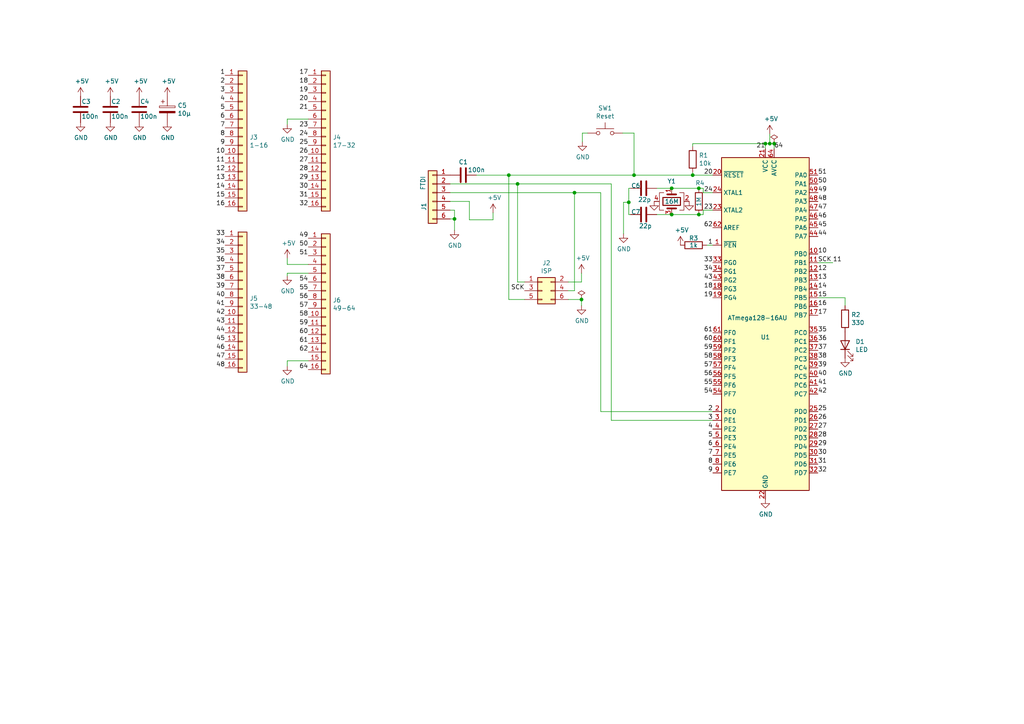
<source format=kicad_sch>
(kicad_sch (version 20211123) (generator eeschema)
  (paper "A4")
  (lib_symbols
    (symbol "Connector_Generic:Conn_01x06" (pin_names (offset 1.016) hide)
      (property "Reference" "J" (at 0 7.62 0))
      (property "Value" "Connector_Generic_Conn_01x06" (at 0 -10.16 0))
      (symbol "Conn_01x06_1_1"
        (rectangle (start -1.27 -7.493) (end 0 -7.747) (stroke (width 0.1524)))
        (rectangle (start -1.27 -4.953) (end 0 -5.207) (stroke (width 0.1524)))
        (rectangle (start -1.27 -2.413) (end 0 -2.667) (stroke (width 0.1524)))
        (rectangle (start -1.27 0.127) (end 0 -0.127) (stroke (width 0.1524)))
        (rectangle (start -1.27 2.667) (end 0 2.413) (stroke (width 0.1524)))
        (rectangle (start -1.27 5.207) (end 0 4.953) (stroke (width 0.1524)))
        (rectangle (start -1.27 6.35) (end 1.27 -8.89) (stroke (width 0.254)) (fill (type background)))
        (pin passive line (at -5.08 5.08 0) (length 3.81) (name "Pin_1") (number "1"))
        (pin passive line (at -5.08 2.54 0) (length 3.81) (name "Pin_2") (number "2"))
        (pin passive line (at -5.08 0 0) (length 3.81) (name "Pin_3") (number "3"))
        (pin passive line (at -5.08 -2.54 0) (length 3.81) (name "Pin_4") (number "4"))
        (pin passive line (at -5.08 -5.08 0) (length 3.81) (name "Pin_5") (number "5"))
        (pin passive line (at -5.08 -7.62 0) (length 3.81) (name "Pin_6") (number "6"))
      )
    )
    (symbol "Connector_Generic:Conn_01x16" (pin_names (offset 1.016) hide)
      (property "Reference" "J" (at 0 20.32 0))
      (property "Value" "Connector_Generic_Conn_01x16" (at 0 -22.86 0))
      (symbol "Conn_01x16_1_1"
        (rectangle (start -1.27 -20.193) (end 0 -20.447) (stroke (width 0.1524)))
        (rectangle (start -1.27 -17.653) (end 0 -17.907) (stroke (width 0.1524)))
        (rectangle (start -1.27 -15.113) (end 0 -15.367) (stroke (width 0.1524)))
        (rectangle (start -1.27 -12.573) (end 0 -12.827) (stroke (width 0.1524)))
        (rectangle (start -1.27 -10.033) (end 0 -10.287) (stroke (width 0.1524)))
        (rectangle (start -1.27 -7.493) (end 0 -7.747) (stroke (width 0.1524)))
        (rectangle (start -1.27 -4.953) (end 0 -5.207) (stroke (width 0.1524)))
        (rectangle (start -1.27 -2.413) (end 0 -2.667) (stroke (width 0.1524)))
        (rectangle (start -1.27 0.127) (end 0 -0.127) (stroke (width 0.1524)))
        (rectangle (start -1.27 2.667) (end 0 2.413) (stroke (width 0.1524)))
        (rectangle (start -1.27 5.207) (end 0 4.953) (stroke (width 0.1524)))
        (rectangle (start -1.27 7.747) (end 0 7.493) (stroke (width 0.1524)))
        (rectangle (start -1.27 10.287) (end 0 10.033) (stroke (width 0.1524)))
        (rectangle (start -1.27 12.827) (end 0 12.573) (stroke (width 0.1524)))
        (rectangle (start -1.27 15.367) (end 0 15.113) (stroke (width 0.1524)))
        (rectangle (start -1.27 17.907) (end 0 17.653) (stroke (width 0.1524)))
        (rectangle (start -1.27 19.05) (end 1.27 -21.59) (stroke (width 0.254)) (fill (type background)))
        (pin passive line (at -5.08 17.78 0) (length 3.81) (name "Pin_1") (number "1"))
        (pin passive line (at -5.08 -5.08 0) (length 3.81) (name "Pin_10") (number "10"))
        (pin passive line (at -5.08 -7.62 0) (length 3.81) (name "Pin_11") (number "11"))
        (pin passive line (at -5.08 -10.16 0) (length 3.81) (name "Pin_12") (number "12"))
        (pin passive line (at -5.08 -12.7 0) (length 3.81) (name "Pin_13") (number "13"))
        (pin passive line (at -5.08 -15.24 0) (length 3.81) (name "Pin_14") (number "14"))
        (pin passive line (at -5.08 -17.78 0) (length 3.81) (name "Pin_15") (number "15"))
        (pin passive line (at -5.08 -20.32 0) (length 3.81) (name "Pin_16") (number "16"))
        (pin passive line (at -5.08 15.24 0) (length 3.81) (name "Pin_2") (number "2"))
        (pin passive line (at -5.08 12.7 0) (length 3.81) (name "Pin_3") (number "3"))
        (pin passive line (at -5.08 10.16 0) (length 3.81) (name "Pin_4") (number "4"))
        (pin passive line (at -5.08 7.62 0) (length 3.81) (name "Pin_5") (number "5"))
        (pin passive line (at -5.08 5.08 0) (length 3.81) (name "Pin_6") (number "6"))
        (pin passive line (at -5.08 2.54 0) (length 3.81) (name "Pin_7") (number "7"))
        (pin passive line (at -5.08 0 0) (length 3.81) (name "Pin_8") (number "8"))
        (pin passive line (at -5.08 -2.54 0) (length 3.81) (name "Pin_9") (number "9"))
      )
    )
    (symbol "Connector_Generic:Conn_02x03_Odd_Even" (pin_names (offset 1.016) hide)
      (property "Reference" "J" (at 1.27 5.08 0))
      (property "Value" "Connector_Generic_Conn_02x03_Odd_Even" (at 1.27 -5.08 0))
      (symbol "Conn_02x03_Odd_Even_1_1"
        (rectangle (start -1.27 -2.413) (end 0 -2.667) (stroke (width 0.1524)))
        (rectangle (start -1.27 0.127) (end 0 -0.127) (stroke (width 0.1524)))
        (rectangle (start -1.27 2.667) (end 0 2.413) (stroke (width 0.1524)))
        (rectangle (start -1.27 3.81) (end 3.81 -3.81) (stroke (width 0.254)) (fill (type background)))
        (rectangle (start 3.81 -2.413) (end 2.54 -2.667) (stroke (width 0.1524)))
        (rectangle (start 3.81 0.127) (end 2.54 -0.127) (stroke (width 0.1524)))
        (rectangle (start 3.81 2.667) (end 2.54 2.413) (stroke (width 0.1524)))
        (pin passive line (at -5.08 2.54 0) (length 3.81) (name "Pin_1") (number "1"))
        (pin passive line (at 7.62 2.54 180) (length 3.81) (name "Pin_2") (number "2"))
        (pin passive line (at -5.08 0 0) (length 3.81) (name "Pin_3") (number "3"))
        (pin passive line (at 7.62 0 180) (length 3.81) (name "Pin_4") (number "4"))
        (pin passive line (at -5.08 -2.54 0) (length 3.81) (name "Pin_5") (number "5"))
        (pin passive line (at 7.62 -2.54 180) (length 3.81) (name "Pin_6") (number "6"))
      )
    )
    (symbol "Device:C" (pin_numbers hide) (pin_names (offset 0.254))
      (property "Reference" "C" (at 0.635 2.54 0))
      (property "Value" "Device_C" (at 0.635 -2.54 0))
      (symbol "C_0_1"
        (polyline (pts (xy -2.032 -0.762) (xy 2.032 -0.762)) (stroke (width 0.508)))
        (polyline (pts (xy -2.032 0.762) (xy 2.032 0.762)) (stroke (width 0.508)))
      )
      (symbol "C_1_1"
        (pin passive line (at 0 3.81 270) (length 2.794) (name "~") (number "1"))
        (pin passive line (at 0 -3.81 90) (length 2.794) (name "~") (number "2"))
      )
    )
    (symbol "Device:CP" (pin_numbers hide) (pin_names (offset 0.254))
      (property "Reference" "C" (at 0.635 2.54 0))
      (property "Value" "Device_CP" (at 0.635 -2.54 0))
      (symbol "CP_0_1"
        (rectangle (start -2.286 0.508) (end 2.286 1.016))
        (polyline (pts (xy -1.778 2.286) (xy -0.762 2.286)))
        (polyline (pts (xy -1.27 2.794) (xy -1.27 1.778)))
        (rectangle (start 2.286 -0.508) (end -2.286 -1.016) (fill (type outline)))
      )
      (symbol "CP_1_1"
        (pin passive line (at 0 3.81 270) (length 2.794) (name "~") (number "1"))
        (pin passive line (at 0 -3.81 90) (length 2.794) (name "~") (number "2"))
      )
    )
    (symbol "Device:Crystal_GND24" (pin_names (offset 1.016) hide)
      (property "Reference" "Y" (at 3.175 5.08 0))
      (property "Value" "Device_Crystal_GND24" (at 3.175 3.175 0))
      (symbol "Crystal_GND24_0_1"
        (rectangle (start -1.143 2.54) (end 1.143 -2.54) (stroke (width 0.3048)))
        (polyline (pts (xy -2.54 0) (xy -2.032 0)))
        (polyline (pts (xy -2.032 -1.27) (xy -2.032 1.27)) (stroke (width 0.508)))
        (polyline (pts (xy 0 -3.81) (xy 0 -3.556)))
        (polyline (pts (xy 0 3.556) (xy 0 3.81)))
        (polyline (pts (xy 2.032 -1.27) (xy 2.032 1.27)) (stroke (width 0.508)))
        (polyline (pts (xy 2.032 0) (xy 2.54 0)))
        (polyline (pts (xy -2.54 -2.286) (xy -2.54 -3.556) (xy 2.54 -3.556) (xy 2.54 -2.286)))
        (polyline (pts (xy -2.54 2.286) (xy -2.54 3.556) (xy 2.54 3.556) (xy 2.54 2.286)))
      )
      (symbol "Crystal_GND24_1_1"
        (pin passive line (at -3.81 0 0) (length 1.27) (name "1") (number "1"))
        (pin passive line (at 0 5.08 270) (length 1.27) (name "2") (number "2"))
        (pin passive line (at 3.81 0 180) (length 1.27) (name "3") (number "3"))
        (pin passive line (at 0 -5.08 90) (length 1.27) (name "4") (number "4"))
      )
    )
    (symbol "Device:LED" (pin_numbers hide) (pin_names (offset 1.016) hide)
      (property "Reference" "D" (at 0 2.54 0))
      (property "Value" "Device_LED" (at 0 -2.54 0))
      (symbol "LED_0_1"
        (polyline (pts (xy -1.27 -1.27) (xy -1.27 1.27)) (stroke (width 0.254)))
        (polyline (pts (xy -1.27 0) (xy 1.27 0)))
        (polyline (pts (xy 1.27 -1.27) (xy 1.27 1.27) (xy -1.27 0) (xy 1.27 -1.27)) (stroke (width 0.254)))
        (polyline (pts (xy -3.048 -0.762) (xy -4.572 -2.286) (xy -3.81 -2.286) (xy -4.572 -2.286) (xy -4.572 -1.524)))
        (polyline (pts (xy -1.778 -0.762) (xy -3.302 -2.286) (xy -2.54 -2.286) (xy -3.302 -2.286) (xy -3.302 -1.524)))
      )
      (symbol "LED_1_1"
        (pin passive line (at -3.81 0 0) (length 2.54) (name "K") (number "1"))
        (pin passive line (at 3.81 0 180) (length 2.54) (name "A") (number "2"))
      )
    )
    (symbol "Device:R" (pin_numbers hide) (pin_names (offset 0))
      (property "Reference" "R" (at 2.032 0 90))
      (property "Value" "Device_R" (at 0 0 90))
      (symbol "R_0_1"
        (rectangle (start -1.016 -2.54) (end 1.016 2.54) (stroke (width 0.254)))
      )
      (symbol "R_1_1"
        (pin passive line (at 0 3.81 270) (length 1.27) (name "~") (number "1"))
        (pin passive line (at 0 -3.81 90) (length 1.27) (name "~") (number "2"))
      )
    )
    (symbol "MCU_Microchip_ATmega:ATmega128-16AU"
      (property "Reference" "U" (at -12.7 49.53 0))
      (property "Value" "MCU_Microchip_ATmega_ATmega128-16AU" (at 2.54 -49.53 0))
      (symbol "ATmega128-16AU_0_1"
        (rectangle (start -12.7 -48.26) (end 12.7 48.26) (stroke (width 0.254)) (fill (type background)))
      )
      (symbol "ATmega128-16AU_1_1"
        (pin input line (at -15.24 22.86 0) (length 2.54) (name "~{PEN}") (number "1"))
        (pin bidirectional line (at 15.24 20.32 180) (length 2.54) (name "PB0") (number "10"))
        (pin bidirectional line (at 15.24 17.78 180) (length 2.54) (name "PB1") (number "11"))
        (pin bidirectional line (at 15.24 15.24 180) (length 2.54) (name "PB2") (number "12"))
        (pin bidirectional line (at 15.24 12.7 180) (length 2.54) (name "PB3") (number "13"))
        (pin bidirectional line (at 15.24 10.16 180) (length 2.54) (name "PB4") (number "14"))
        (pin bidirectional line (at 15.24 7.62 180) (length 2.54) (name "PB5") (number "15"))
        (pin bidirectional line (at 15.24 5.08 180) (length 2.54) (name "PB6") (number "16"))
        (pin bidirectional line (at 15.24 2.54 180) (length 2.54) (name "PB7") (number "17"))
        (pin bidirectional line (at -15.24 10.16 0) (length 2.54) (name "PG3") (number "18"))
        (pin bidirectional line (at -15.24 7.62 0) (length 2.54) (name "PG4") (number "19"))
        (pin bidirectional line (at -15.24 -25.4 0) (length 2.54) (name "PE0") (number "2"))
        (pin input line (at -15.24 43.18 0) (length 2.54) (name "~{RESET}") (number "20"))
        (pin power_in line (at 0 50.8 270) (length 2.54) (name "VCC") (number "21"))
        (pin power_in line (at 0 -50.8 90) (length 2.54) (name "GND") (number "22"))
        (pin output line (at -15.24 33.02 0) (length 2.54) (name "XTAL2") (number "23"))
        (pin input line (at -15.24 38.1 0) (length 2.54) (name "XTAL1") (number "24"))
        (pin bidirectional line (at 15.24 -25.4 180) (length 2.54) (name "PD0") (number "25"))
        (pin bidirectional line (at 15.24 -27.94 180) (length 2.54) (name "PD1") (number "26"))
        (pin bidirectional line (at 15.24 -30.48 180) (length 2.54) (name "PD2") (number "27"))
        (pin bidirectional line (at 15.24 -33.02 180) (length 2.54) (name "PD3") (number "28"))
        (pin bidirectional line (at 15.24 -35.56 180) (length 2.54) (name "PD4") (number "29"))
        (pin bidirectional line (at -15.24 -27.94 0) (length 2.54) (name "PE1") (number "3"))
        (pin bidirectional line (at 15.24 -38.1 180) (length 2.54) (name "PD5") (number "30"))
        (pin bidirectional line (at 15.24 -40.64 180) (length 2.54) (name "PD6") (number "31"))
        (pin bidirectional line (at 15.24 -43.18 180) (length 2.54) (name "PD7") (number "32"))
        (pin bidirectional line (at -15.24 17.78 0) (length 2.54) (name "PG0") (number "33"))
        (pin bidirectional line (at -15.24 15.24 0) (length 2.54) (name "PG1") (number "34"))
        (pin bidirectional line (at 15.24 -2.54 180) (length 2.54) (name "PC0") (number "35"))
        (pin bidirectional line (at 15.24 -5.08 180) (length 2.54) (name "PC1") (number "36"))
        (pin bidirectional line (at 15.24 -7.62 180) (length 2.54) (name "PC2") (number "37"))
        (pin bidirectional line (at 15.24 -10.16 180) (length 2.54) (name "PC3") (number "38"))
        (pin bidirectional line (at 15.24 -12.7 180) (length 2.54) (name "PC4") (number "39"))
        (pin bidirectional line (at -15.24 -30.48 0) (length 2.54) (name "PE2") (number "4"))
        (pin bidirectional line (at 15.24 -15.24 180) (length 2.54) (name "PC5") (number "40"))
        (pin bidirectional line (at 15.24 -17.78 180) (length 2.54) (name "PC6") (number "41"))
        (pin bidirectional line (at 15.24 -20.32 180) (length 2.54) (name "PC7") (number "42"))
        (pin bidirectional line (at -15.24 12.7 0) (length 2.54) (name "PG2") (number "43"))
        (pin bidirectional line (at 15.24 25.4 180) (length 2.54) (name "PA7") (number "44"))
        (pin bidirectional line (at 15.24 27.94 180) (length 2.54) (name "PA6") (number "45"))
        (pin bidirectional line (at 15.24 30.48 180) (length 2.54) (name "PA5") (number "46"))
        (pin bidirectional line (at 15.24 33.02 180) (length 2.54) (name "PA4") (number "47"))
        (pin bidirectional line (at 15.24 35.56 180) (length 2.54) (name "PA3") (number "48"))
        (pin bidirectional line (at 15.24 38.1 180) (length 2.54) (name "PA2") (number "49"))
        (pin bidirectional line (at -15.24 -33.02 0) (length 2.54) (name "PE3") (number "5"))
        (pin bidirectional line (at 15.24 40.64 180) (length 2.54) (name "PA1") (number "50"))
        (pin bidirectional line (at 15.24 43.18 180) (length 2.54) (name "PA0") (number "51"))
        (pin passive line (at 0 50.8 270) (length 2.54) hide (name "VCC") (number "52"))
        (pin passive line (at 0 -50.8 90) (length 2.54) hide (name "GND") (number "53"))
        (pin bidirectional line (at -15.24 -20.32 0) (length 2.54) (name "PF7") (number "54"))
        (pin bidirectional line (at -15.24 -17.78 0) (length 2.54) (name "PF6") (number "55"))
        (pin bidirectional line (at -15.24 -15.24 0) (length 2.54) (name "PF5") (number "56"))
        (pin bidirectional line (at -15.24 -12.7 0) (length 2.54) (name "PF4") (number "57"))
        (pin bidirectional line (at -15.24 -10.16 0) (length 2.54) (name "PF3") (number "58"))
        (pin bidirectional line (at -15.24 -7.62 0) (length 2.54) (name "PF2") (number "59"))
        (pin bidirectional line (at -15.24 -35.56 0) (length 2.54) (name "PE4") (number "6"))
        (pin bidirectional line (at -15.24 -5.08 0) (length 2.54) (name "PF1") (number "60"))
        (pin bidirectional line (at -15.24 -2.54 0) (length 2.54) (name "PF0") (number "61"))
        (pin passive line (at -15.24 27.94 0) (length 2.54) (name "AREF") (number "62"))
        (pin passive line (at 0 -50.8 90) (length 2.54) hide (name "GND") (number "63"))
        (pin power_in line (at 2.54 50.8 270) (length 2.54) (name "AVCC") (number "64"))
        (pin bidirectional line (at -15.24 -38.1 0) (length 2.54) (name "PE5") (number "7"))
        (pin bidirectional line (at -15.24 -40.64 0) (length 2.54) (name "PE6") (number "8"))
        (pin bidirectional line (at -15.24 -43.18 0) (length 2.54) (name "PE7") (number "9"))
      )
    )
    (symbol "Switch:SW_Push" (pin_numbers hide) (pin_names (offset 1.016) hide)
      (property "Reference" "SW" (at 1.27 2.54 0))
      (property "Value" "Switch_SW_Push" (at 0 -1.524 0))
      (symbol "SW_Push_0_1"
        (circle (center -2.032 0) (radius 0.508))
        (polyline (pts (xy 0 1.27) (xy 0 3.048)))
        (polyline (pts (xy 2.54 1.27) (xy -2.54 1.27)))
        (circle (center 2.032 0) (radius 0.508))
        (pin passive line (at -5.08 0 0) (length 2.54) (name "1") (number "1"))
        (pin passive line (at 5.08 0 180) (length 2.54) (name "2") (number "2"))
      )
    )
    (symbol "power:+5V" (power) (pin_names (offset 0))
      (property "Value" "power_+5V" (at 0 3.556 0))
      (symbol "+5V_0_1"
        (polyline (pts (xy -0.762 1.27) (xy 0 2.54)))
        (polyline (pts (xy 0 0) (xy 0 2.54)))
        (polyline (pts (xy 0 2.54) (xy 0.762 1.27)))
      )
      (symbol "+5V_1_1"
        (pin power_in line (at 0 0 90) (length 0) hide (name "+5V") (number "1"))
      )
    )
    (symbol "power:GND" (power) (pin_names (offset 0))
      (property "Value" "power_GND" (at 0 -3.81 0))
      (symbol "GND_0_1"
        (polyline (pts (xy 0 0) (xy 0 -1.27) (xy 1.27 -1.27) (xy 0 -2.54) (xy -1.27 -1.27) (xy 0 -1.27)))
      )
      (symbol "GND_1_1"
        (pin power_in line (at 0 0 270) (length 0) hide (name "GND") (number "1"))
      )
    )
    (symbol "power:PWR_FLAG" (power) (pin_numbers hide) (pin_names (offset 0) hide)
      (property "Value" "power_PWR_FLAG" (at 0 3.81 0))
      (symbol "PWR_FLAG_0_0"
        (pin power_out line (at 0 0 90) (length 0) (name "pwr") (number "1"))
      )
      (symbol "PWR_FLAG_0_1"
        (polyline (pts (xy 0 0) (xy 0 1.27) (xy -1.016 1.905) (xy 0 2.54) (xy 1.016 1.905) (xy 0 1.27)))
      )
    )
  )
  (junction (at 194.818 62.23))
  (junction (at 223.266 41.656))
  (junction (at 182.372 58.674))
  (junction (at 202.692 62.23))
  (junction (at 147.574 50.8))
  (junction (at 202.692 54.61))
  (junction (at 166.624 55.88))
  (junction (at 131.826 63.5))
  (junction (at 150.114 53.34))
  (junction (at 168.656 86.868))
  (junction (at 194.818 54.61))
  (junction (at 224.536 41.656))
  (junction (at 183.896 50.8))
  (junction (at 200.914 50.8))
  (junction (at 221.996 41.656))
  (wire (pts (xy 83.312 80.01) (xy 83.312 79.248)))
  (wire (pts (xy 147.574 86.868) (xy 147.574 50.8)))
  (wire (pts (xy 147.574 50.8) (xy 183.896 50.8)))
  (wire (pts (xy 183.896 50.8) (xy 200.914 50.8)))
  (wire (pts (xy 202.692 62.23) (xy 203.962 62.23)))
  (wire (pts (xy 177.292 53.34) (xy 177.292 121.92)))
  (wire (pts (xy 136.144 58.42) (xy 136.144 63.754)))
  (wire (pts (xy 136.144 63.754) (xy 143.002 63.754)))
  (wire (pts (xy 200.914 41.656) (xy 200.914 42.418)))
  (wire (pts (xy 206.756 50.8) (xy 200.914 50.8)))
  (wire (pts (xy 182.372 54.61) (xy 182.372 58.674)))
  (wire (pts (xy 131.826 63.5) (xy 131.826 66.802)))
  (wire (pts (xy 166.624 84.328) (xy 166.624 55.88)))
  (wire (pts (xy 83.312 34.544) (xy 89.408 34.544)))
  (wire (pts (xy 170.434 38.608) (xy 168.91 38.608)))
  (wire (pts (xy 152.146 86.868) (xy 147.574 86.868)))
  (wire (pts (xy 194.818 62.23) (xy 202.692 62.23)))
  (wire (pts (xy 200.914 50.038) (xy 200.914 50.8)))
  (wire (pts (xy 206.756 60.96) (xy 203.962 60.96)))
  (wire (pts (xy 182.88 54.61) (xy 182.372 54.61)))
  (wire (pts (xy 223.266 41.656) (xy 223.266 38.862)))
  (wire (pts (xy 237.236 86.36) (xy 245.11 86.36)))
  (wire (pts (xy 150.114 81.788) (xy 150.114 53.34)))
  (wire (pts (xy 168.656 86.868) (xy 168.656 88.646)))
  (wire (pts (xy 200.914 41.656) (xy 221.996 41.656)))
  (wire (pts (xy 223.266 41.656) (xy 224.536 41.656)))
  (wire (pts (xy 131.826 60.96) (xy 131.826 63.5)))
  (wire (pts (xy 83.312 104.648) (xy 89.408 104.648)))
  (wire (pts (xy 168.91 38.608) (xy 168.91 41.148)))
  (wire (pts (xy 177.292 121.92) (xy 206.756 121.92)))
  (wire (pts (xy 182.372 58.674) (xy 182.372 62.23)))
  (wire (pts (xy 190.5 54.61) (xy 194.818 54.61)))
  (wire (pts (xy 164.846 84.328) (xy 166.624 84.328)))
  (wire (pts (xy 83.312 79.248) (xy 89.408 79.248)))
  (wire (pts (xy 203.962 55.88) (xy 203.962 54.61)))
  (wire (pts (xy 182.372 58.674) (xy 180.848 58.674)))
  (wire (pts (xy 138.176 50.8) (xy 147.574 50.8)))
  (wire (pts (xy 221.996 41.656) (xy 223.266 41.656)))
  (wire (pts (xy 166.624 55.88) (xy 174.244 55.88)))
  (wire (pts (xy 202.692 54.61) (xy 203.962 54.61)))
  (wire (pts (xy 89.408 76.708) (xy 83.312 76.708)))
  (wire (pts (xy 245.11 86.36) (xy 245.11 88.646)))
  (wire (pts (xy 203.962 60.96) (xy 203.962 62.23)))
  (wire (pts (xy 194.818 54.61) (xy 202.692 54.61)))
  (wire (pts (xy 130.556 58.42) (xy 136.144 58.42)))
  (wire (pts (xy 204.978 71.12) (xy 206.756 71.12)))
  (wire (pts (xy 130.556 53.34) (xy 150.114 53.34)))
  (wire (pts (xy 206.756 55.88) (xy 203.962 55.88)))
  (wire (pts (xy 152.146 81.788) (xy 150.114 81.788)))
  (wire (pts (xy 83.312 76.708) (xy 83.312 74.93)))
  (wire (pts (xy 190.5 62.23) (xy 194.818 62.23)))
  (wire (pts (xy 224.536 41.656) (xy 224.536 43.18)))
  (wire (pts (xy 143.002 63.754) (xy 143.002 61.722)))
  (wire (pts (xy 164.846 86.868) (xy 168.656 86.868)))
  (wire (pts (xy 150.114 53.34) (xy 177.292 53.34)))
  (wire (pts (xy 130.556 60.96) (xy 131.826 60.96)))
  (wire (pts (xy 237.236 76.2) (xy 241.554 76.2)))
  (wire (pts (xy 83.312 106.172) (xy 83.312 104.648)))
  (wire (pts (xy 183.896 38.608) (xy 183.896 50.8)))
  (wire (pts (xy 182.372 62.23) (xy 182.88 62.23)))
  (wire (pts (xy 164.846 81.788) (xy 168.656 81.788)))
  (wire (pts (xy 130.556 55.88) (xy 166.624 55.88)))
  (wire (pts (xy 131.826 63.5) (xy 130.556 63.5)))
  (wire (pts (xy 168.656 81.788) (xy 168.656 79.248)))
  (wire (pts (xy 174.244 55.88) (xy 174.244 119.38)))
  (wire (pts (xy 221.996 43.18) (xy 221.996 41.656)))
  (wire (pts (xy 174.244 119.38) (xy 206.756 119.38)))
  (wire (pts (xy 180.848 58.674) (xy 180.848 67.818)))
  (wire (pts (xy 180.594 38.608) (xy 183.896 38.608)))
  (wire (pts (xy 83.312 36.068) (xy 83.312 34.544)))
  (label "38" (at 237.236 104.14 0))
  (label "3" (at 65.278 26.924 180))
  (label "10" (at 237.236 73.66 0))
  (label "9" (at 206.756 137.16 180))
  (label "42" (at 65.278 91.44 180))
  (label "20" (at 206.756 50.8 180))
  (label "59" (at 206.756 101.6 180))
  (label "16" (at 237.236 88.9 0))
  (label "9" (at 65.278 42.164 180))
  (label "12" (at 65.278 49.784 180))
  (label "4" (at 206.756 124.46 180))
  (label "57" (at 89.408 89.408 180))
  (label "35" (at 65.278 73.66 180))
  (label "21" (at 221.996 43.18 180))
  (label "24" (at 206.756 55.88 180))
  (label "2" (at 206.756 119.38 180))
  (label "34" (at 206.756 78.74 180))
  (label "35" (at 237.236 96.52 0))
  (label "40" (at 237.236 109.22 0))
  (label "14" (at 65.278 54.864 180))
  (label "36" (at 237.236 99.06 0))
  (label "17" (at 237.236 91.44 0))
  (label "28" (at 237.236 127 0))
  (label "11" (at 65.278 47.244 180))
  (label "14" (at 237.236 83.82 0))
  (label "12" (at 237.236 78.74 0))
  (label "13" (at 65.278 52.324 180))
  (label "29" (at 237.236 129.54 0))
  (label "33" (at 65.278 68.58 180))
  (label "25" (at 237.236 119.38 0))
  (label "27" (at 237.236 124.46 0))
  (label "58" (at 89.408 91.948 180))
  (label "15" (at 237.236 86.36 0))
  (label "5" (at 206.756 127 180))
  (label "45" (at 237.236 66.04 0))
  (label "60" (at 89.408 97.028 180))
  (label "49" (at 89.408 69.088 180))
  (label "31" (at 89.408 57.404 180))
  (label "64" (at 224.536 43.18 0))
  (label "28" (at 89.408 49.784 180))
  (label "61" (at 206.756 96.52 180))
  (label "3" (at 206.756 121.92 180))
  (label "23" (at 206.756 60.96 180))
  (label "4" (at 65.278 29.464 180))
  (label "37" (at 237.236 101.6 0))
  (label "25" (at 89.408 42.164 180))
  (label "44" (at 65.278 96.52 180))
  (label "17" (at 89.408 21.844 180))
  (label "30" (at 89.408 54.864 180))
  (label "2" (at 65.278 24.384 180))
  (label "37" (at 65.278 78.74 180))
  (label "44" (at 237.236 68.58 0))
  (label "41" (at 65.278 88.9 180))
  (label "50" (at 89.408 71.628 180))
  (label "47" (at 237.236 60.96 0))
  (label "55" (at 206.756 111.76 180))
  (label "16" (at 65.278 59.944 180))
  (label "62" (at 89.408 102.108 180))
  (label "43" (at 206.756 81.28 180))
  (label "62" (at 206.756 66.04 180))
  (label "59" (at 89.408 94.488 180))
  (label "SCK" (at 237.236 76.2 0))
  (label "20" (at 89.408 29.464 180))
  (label "41" (at 237.236 111.76 0))
  (label "39" (at 237.236 106.68 0))
  (label "48" (at 237.236 58.42 0))
  (label "31" (at 237.236 134.62 0))
  (label "46" (at 65.278 101.6 180))
  (label "61" (at 89.408 99.568 180))
  (label "36" (at 65.278 76.2 180))
  (label "8" (at 65.278 39.624 180))
  (label "56" (at 206.756 109.22 180))
  (label "24" (at 89.408 39.624 180))
  (label "55" (at 89.408 84.328 180))
  (label "13" (at 237.236 81.28 0))
  (label "8" (at 206.756 134.62 180))
  (label "26" (at 89.408 44.704 180))
  (label "34" (at 65.278 71.12 180))
  (label "5" (at 65.278 32.004 180))
  (label "38" (at 65.278 81.28 180))
  (label "32" (at 237.236 137.16 0))
  (label "1" (at 65.278 21.844 180))
  (label "7" (at 65.278 37.084 180))
  (label "32" (at 89.408 59.944 180))
  (label "18" (at 206.756 83.82 180))
  (label "40" (at 65.278 86.36 180))
  (label "51" (at 237.236 50.8 0))
  (label "7" (at 206.756 132.08 180))
  (label "26" (at 237.236 121.92 0))
  (label "19" (at 206.756 86.36 180))
  (label "29" (at 89.408 52.324 180))
  (label "10" (at 65.278 44.704 180))
  (label "48" (at 65.278 106.68 180))
  (label "54" (at 206.756 114.3 180))
  (label "21" (at 89.408 32.004 180))
  (label "33" (at 206.756 76.2 180))
  (label "50" (at 237.236 53.34 0))
  (label "23" (at 89.408 37.084 180))
  (label "45" (at 65.278 99.06 180))
  (label "47" (at 65.278 104.14 180))
  (label "15" (at 65.278 57.404 180))
  (label "19" (at 89.408 26.924 180))
  (label "60" (at 206.756 99.06 180))
  (label "1" (at 206.756 71.12 180))
  (label "58" (at 206.756 104.14 180))
  (label "18" (at 89.408 24.384 180))
  (label "43" (at 65.278 93.98 180))
  (label "56" (at 89.408 86.868 180))
  (label "42" (at 237.236 114.3 0))
  (label "64" (at 89.408 107.188 180))
  (label "57" (at 206.756 106.68 180))
  (label "27" (at 89.408 47.244 180))
  (label "6" (at 65.278 34.544 180))
  (label "30" (at 237.236 132.08 0))
  (label "51" (at 89.408 74.168 180))
  (label "6" (at 206.756 129.54 180))
  (label "46" (at 237.236 63.5 0))
  (label "SCK" (at 152.146 84.328 180))
  (label "39" (at 65.278 83.82 180))
  (label "49" (at 237.236 55.88 0))
  (label "54" (at 89.408 81.788 180))
  (label "11" (at 241.554 76.2 0))
  (symbol (lib_id "Device:C") (at 23.368 31.75 0) (unit 1)
    (property "Reference" "C3" (at 23.622 29.464 0) (effects (justify left)))
    (property "Value" "100n" (at 23.622 33.782 0) (effects (justify left)))
    (property "Footprint" "Capacitor_SMD:C_0805_2012Metric_Pad1.15x1.40mm_HandSolder" (effects hide))
  )
  (symbol (lib_id "Connector_Generic:Conn_01x06") (at 125.476 55.88 0) (mirror y) (unit 1)
    (property "Reference" "J1" (at 122.936 59.944 90))
    (property "Value" "FTDI" (at 122.682 53.086 90))
    (property "Footprint" "Connector_PinHeader_2.54mm:PinHeader_1x06_P2.54mm_Vertical" (effects hide))
  )
  (symbol (lib_id "Device:C") (at 134.366 50.8 270) (unit 1)
    (property "Reference" "C1" (at 134.366 46.99 90))
    (property "Value" "100n" (at 138.176 49.276 90))
    (property "Footprint" "Capacitor_SMD:C_0805_2012Metric_Pad1.15x1.40mm_HandSolder" (effects hide))
  )
  (symbol (lib_id "Device:R") (at 200.914 46.228 0) (unit 1)
    (property "Reference" "R1" (at 202.692 45.0596 0) (effects (justify left)))
    (property "Value" "10k" (at 202.692 47.371 0) (effects (justify left)))
    (property "Footprint" "Resistor_SMD:R_0805_2012Metric_Pad1.15x1.40mm_HandSolder" (effects hide))
  )
  (symbol (lib_id "power:GND") (at 131.826 66.802 0) (unit 1)
    (property "Reference" "#PWR05" (effects hide))
    (property "Value" "GND" (at 131.953 71.1962 0))
  )
  (symbol (lib_id "Connector_Generic:Conn_02x03_Odd_Even") (at 157.226 84.328 0) (unit 1)
    (property "Reference" "J2" (at 158.496 76.2762 0))
    (property "Value" "ISP" (at 158.496 78.5876 0))
    (property "Footprint" "Connector_PinHeader_2.54mm:PinHeader_2x03_P2.54mm_Vertical" (effects hide))
  )
  (symbol (lib_id "Device:LED") (at 245.11 100.076 90) (unit 1)
    (property "Reference" "D1" (at 248.1072 99.0854 90) (effects (justify right)))
    (property "Value" "LED" (at 248.1072 101.3968 90) (effects (justify right)))
    (property "Footprint" "LED_SMD:LED_0805_2012Metric_Pad1.15x1.40mm_HandSolder" (effects hide))
  )
  (symbol (lib_id "Device:C") (at 186.69 54.61 90) (unit 1)
    (property "Reference" "C6" (at 184.404 53.848 90))
    (property "Value" "22p" (at 186.944 57.912 90))
    (property "Footprint" "Capacitor_SMD:C_0805_2012Metric_Pad1.15x1.40mm_HandSolder" (effects hide))
  )
  (symbol (lib_id "power:+5V") (at 197.358 71.12 0) (unit 1)
    (property "Reference" "#PWR011" (effects hide))
    (property "Value" "+5V" (at 197.739 66.7258 0))
  )
  (symbol (lib_id "Connector_Generic:Conn_01x16") (at 70.358 39.624 0) (unit 1)
    (property "Reference" "J3" (at 72.39 39.8272 0) (effects (justify left)))
    (property "Value" "1-16" (at 72.39 42.1386 0) (effects (justify left)))
    (property "Footprint" "additional:PinHeader_1x16_P2.54mm_Vertical" (effects hide))
  )
  (symbol (lib_id "Connector_Generic:Conn_01x16") (at 94.488 39.624 0) (unit 1)
    (property "Reference" "J4" (at 96.52 39.8272 0) (effects (justify left)))
    (property "Value" "17-32" (at 96.52 42.1386 0) (effects (justify left)))
    (property "Footprint" "additional:PinHeader_1x16_P2.54mm_Vertical" (effects hide))
  )
  (symbol (lib_id "Connector_Generic:Conn_01x16") (at 70.358 86.36 0) (unit 1)
    (property "Reference" "J5" (at 72.39 86.5632 0) (effects (justify left)))
    (property "Value" "33-48" (at 72.39 88.8746 0) (effects (justify left)))
    (property "Footprint" "additional:PinHeader_1x16_P2.54mm_Vertical" (effects hide))
  )
  (symbol (lib_id "Connector_Generic:Conn_01x16") (at 94.488 86.868 0) (unit 1)
    (property "Reference" "J6" (at 96.52 87.0712 0) (effects (justify left)))
    (property "Value" "49-64" (at 96.52 89.3826 0) (effects (justify left)))
    (property "Footprint" "additional:PinHeader_1x16_P2.54mm_Vertical" (effects hide))
  )
  (symbol (lib_id "Device:R") (at 202.692 58.42 0) (unit 1)
    (property "Reference" "R4" (at 201.676 53.086 0) (effects (justify left)))
    (property "Value" "1M" (at 202.692 59.944 90) (effects (justify left)))
    (property "Footprint" "Resistor_SMD:R_0805_2012Metric_Pad1.15x1.40mm_HandSolder" (effects hide))
  )
  (symbol (lib_id "power:GND") (at 83.312 80.01 0) (unit 1)
    (property "Reference" "#PWR014" (effects hide))
    (property "Value" "GND" (at 83.439 84.4042 0))
  )
  (symbol (lib_id "power:+5V") (at 83.312 74.93 0) (unit 1)
    (property "Reference" "#PWR013" (effects hide))
    (property "Value" "+5V" (at 83.693 70.5358 0))
  )
  (symbol (lib_id "power:GND") (at 83.312 106.172 0) (unit 1)
    (property "Reference" "#PWR015" (effects hide))
    (property "Value" "GND" (at 83.439 110.5662 0))
  )
  (symbol (lib_id "power:GND") (at 83.312 36.068 0) (unit 1)
    (property "Reference" "#PWR012" (effects hide))
    (property "Value" "GND" (at 83.439 40.4622 0))
  )
  (symbol (lib_id "Device:C") (at 40.386 31.75 0) (unit 1)
    (property "Reference" "C4" (at 40.64 29.464 0) (effects (justify left)))
    (property "Value" "100n" (at 40.64 33.782 0) (effects (justify left)))
    (property "Footprint" "Capacitor_SMD:C_0805_2012Metric_Pad1.15x1.40mm_HandSolder" (effects hide))
  )
  (symbol (lib_id "MCU_Microchip_ATmega:ATmega128-16AU") (at 221.996 93.98 0) (unit 1)
    (property "Reference" "U1" (at 221.996 97.79 0))
    (property "Value" "ATmega128-16AU" (at 219.71 92.202 0))
    (property "Footprint" "Package_QFP:TQFP-64_14x14mm_P0.8mm" (effects hide))
    (property "Datasheet" "http://ww1.microchip.com/downloads/en/DeviceDoc/doc2467.pdf" (effects hide))
  )
  (symbol (lib_id "power:GND") (at 221.996 144.78 0) (unit 1)
    (property "Reference" "#PWR0101" (effects hide))
    (property "Value" "GND" (at 222.123 149.1742 0))
  )
  (symbol (lib_id "power:+5V") (at 223.266 38.862 0) (unit 1)
    (property "Reference" "#PWR0102" (effects hide))
    (property "Value" "+5V" (at 223.647 34.4678 0))
  )
  (symbol (lib_id "Device:C") (at 32.004 31.75 0) (unit 1)
    (property "Reference" "C2" (at 32.258 29.464 0) (effects (justify left)))
    (property "Value" "100n" (at 32.258 33.782 0) (effects (justify left)))
    (property "Footprint" "Capacitor_SMD:C_0805_2012Metric_Pad1.15x1.40mm_HandSolder" (effects hide))
  )
  (symbol (lib_id "power:+5V") (at 23.368 27.94 0) (unit 1)
    (property "Reference" "#PWR01" (effects hide))
    (property "Value" "+5V" (at 23.749 23.5458 0))
  )
  (symbol (lib_id "power:+5V") (at 32.004 27.94 0) (unit 1)
    (property "Reference" "#PWR03" (effects hide))
    (property "Value" "+5V" (at 32.385 23.5458 0))
  )
  (symbol (lib_id "power:GND") (at 23.368 35.56 0) (unit 1)
    (property "Reference" "#PWR02" (effects hide))
    (property "Value" "GND" (at 23.495 39.9542 0))
  )
  (symbol (lib_id "power:GND") (at 32.004 35.56 0) (unit 1)
    (property "Reference" "#PWR04" (effects hide))
    (property "Value" "GND" (at 32.131 39.9542 0))
  )
  (symbol (lib_id "power:+5V") (at 143.002 61.722 0) (unit 1)
    (property "Reference" "#PWR06" (effects hide))
    (property "Value" "+5V" (at 143.383 57.3278 0))
  )
  (symbol (lib_id "power:GND") (at 168.656 88.646 0) (unit 1)
    (property "Reference" "#PWR08" (effects hide))
    (property "Value" "GND" (at 168.783 93.0402 0))
  )
  (symbol (lib_id "power:+5V") (at 168.656 79.248 0) (unit 1)
    (property "Reference" "#PWR07" (effects hide))
    (property "Value" "+5V" (at 169.037 74.8538 0))
  )
  (symbol (lib_id "Device:R") (at 245.11 92.456 0) (unit 1)
    (property "Reference" "R2" (at 246.888 91.2876 0) (effects (justify left)))
    (property "Value" "330" (at 246.888 93.599 0) (effects (justify left)))
    (property "Footprint" "Resistor_SMD:R_0805_2012Metric_Pad1.15x1.40mm_HandSolder" (effects hide))
  )
  (symbol (lib_id "power:GND") (at 245.11 103.886 0) (unit 1)
    (property "Reference" "#PWR09" (effects hide))
    (property "Value" "GND" (at 245.237 108.2802 0))
  )
  (symbol (lib_id "Device:C") (at 186.69 62.23 90) (unit 1)
    (property "Reference" "C7" (at 184.404 61.468 90))
    (property "Value" "22p" (at 187.198 65.532 90))
    (property "Footprint" "Capacitor_SMD:C_0805_2012Metric_Pad1.15x1.40mm_HandSolder" (effects hide))
  )
  (symbol (lib_id "power:GND") (at 180.848 67.818 0) (unit 1)
    (property "Reference" "#PWR010" (effects hide))
    (property "Value" "GND" (at 180.975 72.2122 0))
  )
  (symbol (lib_id "Device:R") (at 201.168 71.12 270) (unit 1)
    (property "Reference" "R3" (at 201.168 69.088 90))
    (property "Value" "1k" (at 201.168 71.12 90))
    (property "Footprint" "Resistor_SMD:R_0805_2012Metric_Pad1.15x1.40mm_HandSolder" (effects hide))
  )
  (symbol (lib_id "power:+5V") (at 40.386 27.94 0) (unit 1)
    (property "Reference" "#PWR016" (effects hide))
    (property "Value" "+5V" (at 40.767 23.5458 0))
  )
  (symbol (lib_id "power:GND") (at 40.386 35.56 0) (unit 1)
    (property "Reference" "#PWR017" (effects hide))
    (property "Value" "GND" (at 40.513 39.9542 0))
  )
  (symbol (lib_id "power:GND") (at 48.514 35.56 0) (unit 1)
    (property "Reference" "#PWR0104" (effects hide))
    (property "Value" "GND" (at 48.641 39.9542 0))
  )
  (symbol (lib_id "Device:CP") (at 48.514 31.75 0) (unit 1)
    (property "Reference" "C5" (at 51.5112 30.5816 0) (effects (justify left)))
    (property "Value" "10µ" (at 51.5112 32.893 0) (effects (justify left)))
    (property "Footprint" "Capacitor_Tantalum_SMD:CP_EIA-3528-12_Kemet-T_Pad1.50x2.35mm_HandSolder" (effects hide))
  )
  (symbol (lib_id "power:GND") (at 199.898 58.42 0) (unit 1)
    (property "Reference" "#PWR0106" (effects hide))
    (property "Value" "GND" (effects hide))
  )
  (symbol (lib_id "power:+5V") (at 48.514 27.94 0) (unit 1)
    (property "Reference" "#PWR0103" (effects hide))
    (property "Value" "+5V" (at 48.895 23.5458 0))
  )
  (symbol (lib_id "Device:Crystal_GND24") (at 194.818 58.42 270) (unit 1)
    (property "Reference" "Y1" (at 193.548 52.578 90) (effects (justify left)))
    (property "Value" "16M" (at 192.786 58.42 90) (effects (justify left)))
    (property "Footprint" "Crystal:Crystal_SMD_EuroQuartz_MQ-4Pin_7.0x5.0mm_HandSoldering" (effects hide))
  )
  (symbol (lib_id "power:GND") (at 189.738 58.42 0) (unit 1)
    (property "Reference" "#PWR0105" (effects hide))
    (property "Value" "GND" (effects hide))
  )
  (symbol (lib_id "power:PWR_FLAG") (at 224.536 41.656 0) (unit 1)
    (property "Reference" "#FLG0103" (effects hide))
    (property "Value" "PWR_FLAG" (effects hide))
  )
  (symbol (lib_id "power:PWR_FLAG") (at 168.656 86.868 0) (unit 1)
    (property "Reference" "#FLG0104" (effects hide))
    (property "Value" "PWR_FLAG" (effects hide))
  )
  (symbol (lib_id "Switch:SW_Push") (at 175.514 38.608 0) (unit 1)
    (property "Reference" "SW1" (at 175.514 31.369 0))
    (property "Value" "Reset" (at 175.514 33.6804 0))
    (property "Footprint" "Button_Switch_THT:SW_PUSH_6mm_H5mm" (effects hide))
  )
  (symbol (lib_id "power:GND") (at 168.91 41.148 0) (unit 1)
    (property "Reference" "#PWR0107" (effects hide))
    (property "Value" "GND" (at 169.037 45.5422 0))
  )
)
</source>
